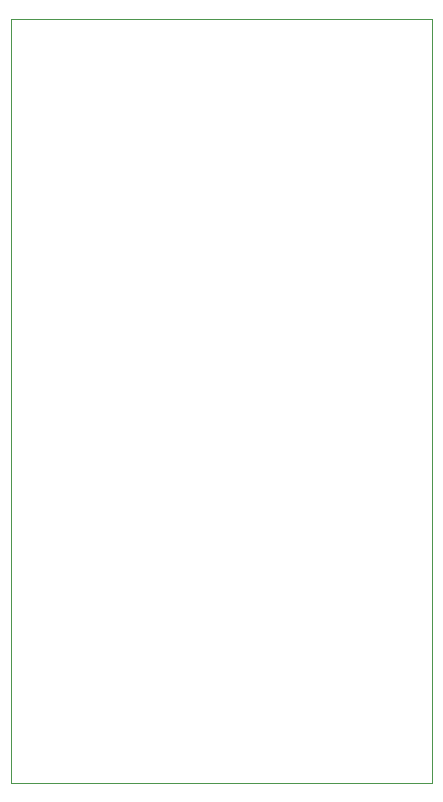
<source format=gm1>
G04 #@! TF.GenerationSoftware,KiCad,Pcbnew,8.0.8*
G04 #@! TF.CreationDate,2025-03-22T22:47:56+00:00*
G04 #@! TF.ProjectId,RPi-flex_PCB04,5250692d-666c-4657-985f-50434230342e,rev?*
G04 #@! TF.SameCoordinates,Original*
G04 #@! TF.FileFunction,Profile,NP*
%FSLAX46Y46*%
G04 Gerber Fmt 4.6, Leading zero omitted, Abs format (unit mm)*
G04 Created by KiCad (PCBNEW 8.0.8) date 2025-03-22 22:47:56*
%MOMM*%
%LPD*%
G01*
G04 APERTURE LIST*
G04 #@! TA.AperFunction,Profile*
%ADD10C,0.050000*%
G04 #@! TD*
G04 APERTURE END LIST*
D10*
X144018000Y-131699000D02*
X144272000Y-131699000D01*
X108585000Y-67056000D02*
X144272000Y-67056000D01*
X144272000Y-67056000D02*
X144272000Y-131699000D01*
X144018000Y-131699000D02*
X108585000Y-131699000D01*
X108585000Y-131699000D02*
X108585000Y-67056000D01*
M02*

</source>
